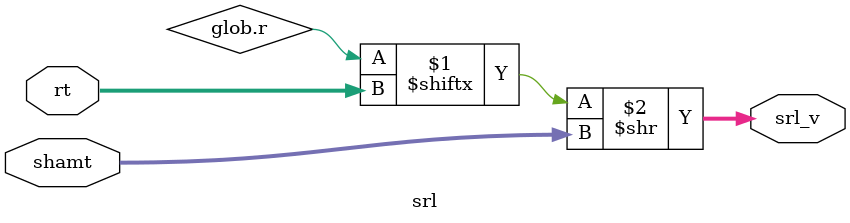
<source format=v>
module srl
(
	 input      [4:0] rt, 
	 input	   [4:0] shamt,
	 output     [31:0] srl_v
);

assign srl_v = glob.r[rt] >> shamt;
	
endmodule

</source>
